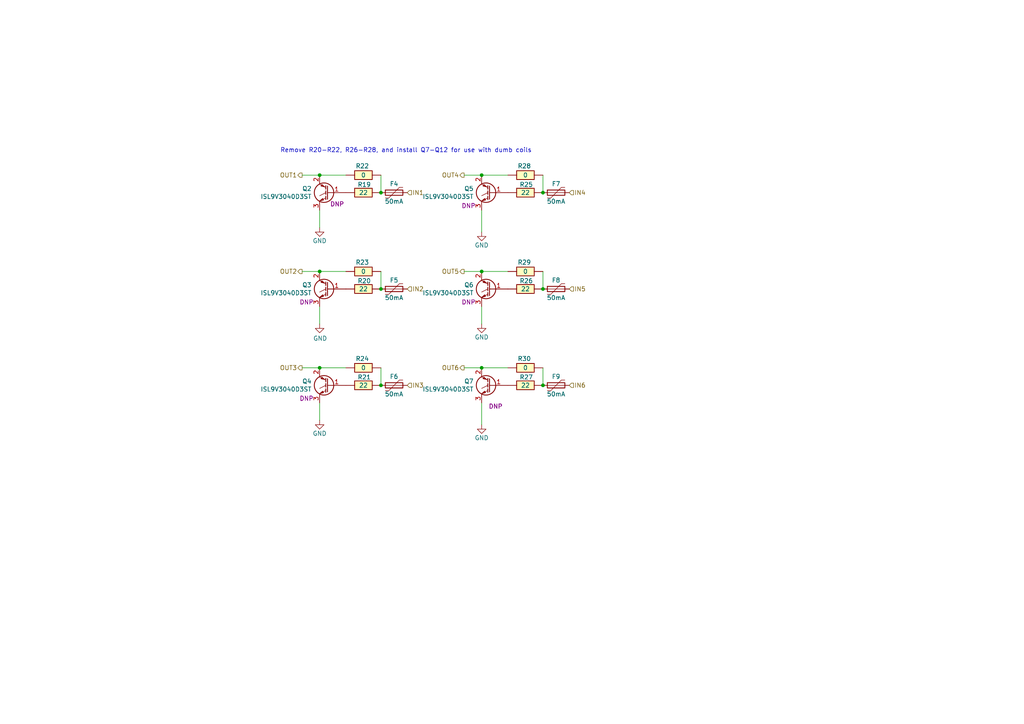
<source format=kicad_sch>
(kicad_sch (version 20231120) (generator "eeschema") (generator_version "8.0")
  (paper "A4")
  (lib_symbols
    (symbol "Device:Polyfuse" (pin_numbers hide) (pin_names (offset 0))
      (property "Reference" "F" (at -2.54 0 90))
      (property "Value" "Polyfuse" (at 2.54 0 90))
      (symbol "Polyfuse_0_1"
        (rectangle (start -0.762 2.54) (end 0.762 -2.54) (stroke (width 0.254)))
        (polyline (pts (xy 0 2.54) (xy 0 -2.54)))
        (polyline (pts (xy -1.524 2.54) (xy -1.524 1.524) (xy 1.524 -1.524) (xy 1.524 -2.54)))
      )
      (symbol "Polyfuse_1_1"
        (pin passive line (at 0 3.81 270) (length 1.27) (name "~") (number "1"))
        (pin passive line (at 0 -3.81 90) (length 1.27) (name "~") (number "2"))
      )
    )
    (symbol "Device:Q_NIGBT_GCE" (pin_names (offset 0) hide)
      (property "Reference" "Q" (at 5.08 1.27 0))
      (property "Value" "Q_NIGBT_GCE" (at 5.08 -1.27 0))
      (symbol "Q_NIGBT_GCE_0_1"
        (polyline (pts (xy 0.762 -1.016) (xy 0.762 -2.032)) (stroke (width 0.254)))
        (polyline (pts (xy 0.762 0.508) (xy 0.762 -0.508)) (stroke (width 0.254)))
        (polyline (pts (xy 0.762 2.032) (xy 0.762 1.016)) (stroke (width 0.254)))
        (polyline (pts (xy 2.54 -2.413) (xy 0.762 -1.524)))
        (polyline (pts (xy 2.54 -0.889) (xy 0.762 0)))
        (polyline (pts (xy 2.54 2.413) (xy 0.762 1.524)))
        (polyline (pts (xy 0.254 1.905) (xy 0.254 -1.905) (xy 0.254 -1.905)) (stroke (width 0.254)))
        (polyline (pts (xy 1.397 -2.159) (xy 1.651 -1.651) (xy 2.54 -2.413) (xy 1.397 -2.159)) (fill (type outline)))
        (polyline (pts (xy 2.159 1.905) (xy 1.905 2.413) (xy 1.016 1.651) (xy 2.159 1.905)) (fill (type outline)))
        (circle (center 1.27 0) (radius 2.8194) (stroke (width 0.254)))
      )
      (symbol "Q_NIGBT_GCE_1_1"
        (pin input line (at -5.08 0 0) (length 5.334) (name "G") (number "1"))
        (pin passive line (at 2.54 5.08 270) (length 2.54) (name "C") (number "2"))
        (pin passive line (at 2.54 -5.08 90) (length 2.54) (name "E") (number "3"))
      )
    )
    (symbol "hellen-one-common:Res" (pin_numbers hide)
      (property "Reference" "R" (at 3.81 2.54 0))
      (property "Value" "Res" (at 5.08 -2.54 0))
      (symbol "Res_1_0"
        (rectangle (start 2.54 -1.27) (end 7.62 1.27) (stroke (width 0.254)) (fill (type background)))
        (pin passive line (at 0 0 0) (length 2.54) (name "") (number "1"))
        (pin passive line (at 10.16 0 180) (length 2.54) (name "") (number "2"))
      )
    )
    (symbol "power:GND" (power) (pin_numbers hide) (pin_names (offset 0) hide)
      (property "Value" "GND" (at 0 -3.81 0))
      (symbol "GND_0_1"
        (polyline (pts (xy 0 0) (xy 0 -1.27) (xy 1.27 -1.27) (xy 0 -2.54) (xy -1.27 -1.27) (xy 0 -1.27)))
      )
      (symbol "GND_1_1"
        (pin power_in line (at 0 0 270) (length 0) (name "~") (number "1"))
      )
    )
  )
  (junction (at 157.48 111.76))
  (junction (at 157.48 83.82))
  (junction (at 92.71 50.8))
  (junction (at 110.49 55.88))
  (junction (at 92.71 78.74))
  (junction (at 139.7 78.74))
  (junction (at 139.7 50.8))
  (junction (at 110.49 83.82))
  (junction (at 92.71 106.68))
  (junction (at 157.48 55.88))
  (junction (at 139.7 106.68))
  (junction (at 110.49 111.76))
  (wire (pts (xy 110.49 50.8) (xy 110.49 55.88)))
  (wire (pts (xy 157.48 106.68) (xy 157.48 111.76)))
  (wire (pts (xy 139.7 50.8) (xy 147.32 50.8)))
  (wire (pts (xy 110.49 78.74) (xy 110.49 83.82)))
  (wire (pts (xy 139.7 78.74) (xy 147.32 78.74)))
  (wire (pts (xy 92.71 50.8) (xy 100.33 50.8)))
  (wire (pts (xy 157.48 78.74) (xy 157.48 83.82)))
  (wire (pts (xy 139.7 88.9) (xy 139.7 93.98)))
  (wire (pts (xy 92.71 106.68) (xy 100.33 106.68)))
  (wire (pts (xy 139.7 116.84) (xy 139.7 123.19)))
  (wire (pts (xy 139.7 60.96) (xy 139.7 67.31)))
  (wire (pts (xy 139.7 106.68) (xy 147.32 106.68)))
  (wire (pts (xy 134.62 106.68) (xy 139.7 106.68)))
  (wire (pts (xy 87.63 106.68) (xy 92.71 106.68)))
  (wire (pts (xy 92.71 88.9) (xy 92.71 93.98)))
  (wire (pts (xy 87.63 50.8) (xy 92.71 50.8)))
  (wire (pts (xy 110.49 106.68) (xy 110.49 111.76)))
  (wire (pts (xy 87.63 78.74) (xy 92.71 78.74)))
  (wire (pts (xy 92.71 116.84) (xy 92.71 121.92)))
  (wire (pts (xy 92.71 60.96) (xy 92.71 66.04)))
  (wire (pts (xy 134.62 78.74) (xy 139.7 78.74)))
  (wire (pts (xy 157.48 50.8) (xy 157.48 55.88)))
  (wire (pts (xy 92.71 78.74) (xy 100.33 78.74)))
  (wire (pts (xy 134.62 50.8) (xy 139.7 50.8)))
  (text "Remove R20-R22, R26-R28, and install Q7-Q12 for use with dumb coils" (at 81.28 44.45 0) (effects (font (size 1.27 1.27)) (justify left bottom)))
  (hierarchical_label "OUT3" (shape output) (at 87.63 106.68 180))
  (hierarchical_label "IN2" (shape input) (at 118.11 83.82 0))
  (hierarchical_label "OUT1" (shape output) (at 87.63 50.8 180))
  (hierarchical_label "OUT5" (shape output) (at 134.62 78.74 180))
  (hierarchical_label "IN6" (shape input) (at 165.1 111.76 0))
  (hierarchical_label "OUT6" (shape output) (at 134.62 106.68 180))
  (hierarchical_label "IN4" (shape input) (at 165.1 55.88 0))
  (hierarchical_label "IN1" (shape input) (at 118.11 55.88 0))
  (hierarchical_label "OUT4" (shape output) (at 134.62 50.8 180))
  (hierarchical_label "IN5" (shape input) (at 165.1 83.82 0))
  (hierarchical_label "IN3" (shape input) (at 118.11 111.76 0))
  (hierarchical_label "OUT2" (shape output) (at 87.63 78.74 180))
  (symbol (lib_id "hellen-one-common:Res") (at 100.33 55.88 0) (mirror x) (unit 1)
    (property "Reference" "R19" (at 105.652 53.5318 0))
    (property "Value" "22" (at 105.41 55.88 0))
    (property "Footprint" "hellen-one-common:R0603" (effects (hide yes)))
    (property "LCSC" "C23345" (effects (hide yes)))
  )
  (symbol (lib_id "Device:Q_NIGBT_GCE") (at 142.24 111.76 0) (mirror y) (unit 1)
    (property "Reference" "Q7" (at 137.3886 110.5916 0) (effects (justify left)))
    (property "Value" "ISL9V3040D3ST" (at 137.3886 112.903 0) (effects (justify left)))
    (property "Footprint" "Package_TO_SOT_SMD:TO-252-2" (effects (hide yes)))
    (property "MyComment" "DNP" (at 143.764 117.856 0))
  )
  (symbol (lib_id "Device:Polyfuse") (at 114.3 83.82 90) (unit 1)
    (property "Reference" "F5" (at 114.3 81.28 90))
    (property "Value" "50mA" (at 114.3 86.36 90))
    (property "Footprint" "Fuse:Fuse_0603_1608Metric" (effects (hide yes)))
    (property "LCSC" "C369141" (effects (hide yes)))
  )
  (symbol (lib_id "hellen-one-common:Res") (at 110.49 50.8 0) (mirror y) (unit 1)
    (property "Reference" "R22" (at 105.0896 48.1553 0))
    (property "Value" "0" (at 105.41 50.8 0))
    (property "Footprint" "Resistor_SMD:R_2512_6332Metric" (effects (hide yes)))
    (property "LCSC" "C25469" (effects (hide yes)))
  )
  (symbol (lib_id "power:GND") (at 139.7 123.19 0) (unit 1)
    (property "Reference" "#PWR067" (effects (hide yes)))
    (property "Value" "GND" (at 139.7 127 0))
    (property "Description" "Power symbol creates a global label with name \"GND\" , ground" (effects (hide yes)))
  )
  (symbol (lib_id "Device:Q_NIGBT_GCE") (at 95.25 111.76 0) (mirror y) (unit 1)
    (property "Reference" "Q4" (at 90.3986 110.5916 0) (effects (justify left)))
    (property "Value" "ISL9V3040D3ST" (at 90.3986 112.903 0) (effects (justify left)))
    (property "Footprint" "Package_TO_SOT_SMD:TO-252-2" (effects (hide yes)))
    (property "MyComment" "DNP" (at 88.9 115.57 0))
  )
  (symbol (lib_id "Device:Q_NIGBT_GCE") (at 142.24 55.88 0) (mirror y) (unit 1)
    (property "Reference" "Q5" (at 137.3886 54.7116 0) (effects (justify left)))
    (property "Value" "ISL9V3040D3ST" (at 137.3886 57.023 0) (effects (justify left)))
    (property "Footprint" "Package_TO_SOT_SMD:TO-252-2" (effects (hide yes)))
    (property "MyComment" "DNP" (at 135.89 59.69 0))
  )
  (symbol (lib_id "hellen-one-common:Res") (at 157.48 78.74 0) (mirror y) (unit 1)
    (property "Reference" "R29" (at 152.0796 76.0953 0))
    (property "Value" "0" (at 152.4 78.74 0))
    (property "Footprint" "Resistor_SMD:R_2512_6332Metric" (effects (hide yes)))
    (property "LCSC" "C25469" (effects (hide yes)))
  )
  (symbol (lib_id "hellen-one-common:Res") (at 110.49 78.74 0) (mirror y) (unit 1)
    (property "Reference" "R23" (at 105.0896 76.0953 0))
    (property "Value" "0" (at 105.41 78.74 0))
    (property "Footprint" "Resistor_SMD:R_2512_6332Metric" (effects (hide yes)))
    (property "LCSC" "C25469" (effects (hide yes)))
  )
  (symbol (lib_id "Device:Polyfuse") (at 161.29 111.76 90) (unit 1)
    (property "Reference" "F9" (at 161.29 109.22 90))
    (property "Value" "50mA" (at 161.29 114.3 90))
    (property "Footprint" "Fuse:Fuse_0603_1608Metric" (effects (hide yes)))
    (property "LCSC" "C369141" (effects (hide yes)))
  )
  (symbol (lib_id "Device:Q_NIGBT_GCE") (at 142.24 83.82 0) (mirror y) (unit 1)
    (property "Reference" "Q6" (at 137.3886 82.6516 0) (effects (justify left)))
    (property "Value" "ISL9V3040D3ST" (at 137.3886 84.963 0) (effects (justify left)))
    (property "Footprint" "Package_TO_SOT_SMD:TO-252-2" (effects (hide yes)))
    (property "MyComment" "DNP" (at 135.89 87.63 0))
  )
  (symbol (lib_id "power:GND") (at 139.7 93.98 0) (unit 1)
    (property "Reference" "#PWR066" (effects (hide yes)))
    (property "Value" "GND" (at 139.7 97.79 0))
    (property "Description" "Power symbol creates a global label with name \"GND\" , ground" (effects (hide yes)))
  )
  (symbol (lib_id "Device:Polyfuse") (at 161.29 83.82 90) (unit 1)
    (property "Reference" "F8" (at 161.29 81.28 90))
    (property "Value" "50mA" (at 161.29 86.36 90))
    (property "Footprint" "Fuse:Fuse_0603_1608Metric" (effects (hide yes)))
    (property "LCSC" "C369141" (effects (hide yes)))
  )
  (symbol (lib_id "Device:Polyfuse") (at 114.3 55.88 90) (unit 1)
    (property "Reference" "F4" (at 114.3 53.34 90))
    (property "Value" "50mA" (at 114.3 58.42 90))
    (property "Footprint" "Fuse:Fuse_0603_1608Metric" (effects (hide yes)))
    (property "LCSC" "C369141" (effects (hide yes)))
  )
  (symbol (lib_id "power:GND") (at 92.71 66.04 0) (unit 1)
    (property "Reference" "#PWR062" (effects (hide yes)))
    (property "Value" "GND" (at 92.71 69.85 0))
    (property "Description" "Power symbol creates a global label with name \"GND\" , ground" (effects (hide yes)))
  )
  (symbol (lib_id "hellen-one-common:Res") (at 147.32 111.76 0) (mirror x) (unit 1)
    (property "Reference" "R27" (at 152.642 109.4118 0))
    (property "Value" "22" (at 152.4 111.76 0))
    (property "Footprint" "hellen-one-common:R0603" (effects (hide yes)))
    (property "LCSC" "C23345" (effects (hide yes)))
  )
  (symbol (lib_id "Device:Q_NIGBT_GCE") (at 95.25 83.82 0) (mirror y) (unit 1)
    (property "Reference" "Q3" (at 90.3986 82.6516 0) (effects (justify left)))
    (property "Value" "ISL9V3040D3ST" (at 90.3986 84.963 0) (effects (justify left)))
    (property "Footprint" "Package_TO_SOT_SMD:TO-252-2" (effects (hide yes)))
    (property "MyComment" "DNP" (at 88.9 87.63 0))
  )
  (symbol (lib_id "hellen-one-common:Res") (at 110.49 106.68 0) (mirror y) (unit 1)
    (property "Reference" "R24" (at 105.0896 104.0353 0))
    (property "Value" "0" (at 105.41 106.68 0))
    (property "Footprint" "Resistor_SMD:R_2512_6332Metric" (effects (hide yes)))
    (property "LCSC" "C25469" (effects (hide yes)))
  )
  (symbol (lib_id "hellen-one-common:Res") (at 147.32 83.82 0) (mirror x) (unit 1)
    (property "Reference" "R26" (at 152.642 81.4718 0))
    (property "Value" "22" (at 152.4 83.82 0))
    (property "Footprint" "hellen-one-common:R0603" (effects (hide yes)))
    (property "LCSC" "C23345" (effects (hide yes)))
  )
  (symbol (lib_id "hellen-one-common:Res") (at 147.32 55.88 0) (mirror x) (unit 1)
    (property "Reference" "R25" (at 152.642 53.5318 0))
    (property "Value" "22" (at 152.4 55.88 0))
    (property "Footprint" "hellen-one-common:R0603" (effects (hide yes)))
    (property "LCSC" "C23345" (effects (hide yes)))
  )
  (symbol (lib_id "Device:Polyfuse") (at 114.3 111.76 90) (unit 1)
    (property "Reference" "F6" (at 114.3 109.22 90))
    (property "Value" "50mA" (at 114.3 114.3 90))
    (property "Footprint" "Fuse:Fuse_0603_1608Metric" (effects (hide yes)))
    (property "LCSC" "C369141" (effects (hide yes)))
  )
  (symbol (lib_id "power:GND") (at 92.71 121.92 0) (unit 1)
    (property "Reference" "#PWR064" (effects (hide yes)))
    (property "Value" "GND" (at 92.71 125.73 0))
    (property "Description" "Power symbol creates a global label with name \"GND\" , ground" (effects (hide yes)))
  )
  (symbol (lib_id "Device:Q_NIGBT_GCE") (at 95.25 55.88 0) (mirror y) (unit 1)
    (property "Reference" "Q2" (at 90.3986 54.7116 0) (effects (justify left)))
    (property "Value" "ISL9V3040D3ST" (at 90.3986 57.023 0) (effects (justify left)))
    (property "Footprint" "Package_TO_SOT_SMD:TO-252-2" (effects (hide yes)))
    (property "MyComment" "DNP" (at 97.79 59.182 0))
  )
  (symbol (lib_id "power:GND") (at 139.7 67.31 0) (unit 1)
    (property "Reference" "#PWR065" (effects (hide yes)))
    (property "Value" "GND" (at 139.7 71.12 0))
    (property "Description" "Power symbol creates a global label with name \"GND\" , ground" (effects (hide yes)))
  )
  (symbol (lib_id "power:GND") (at 92.71 93.98 0) (unit 1)
    (property "Reference" "#PWR063" (effects (hide yes)))
    (property "Value" "GND" (at 92.8594 98.151 0))
    (property "Description" "Power symbol creates a global label with name \"GND\" , ground" (effects (hide yes)))
  )
  (symbol (lib_id "hellen-one-common:Res") (at 100.33 83.82 0) (mirror x) (unit 1)
    (property "Reference" "R20" (at 105.652 81.4718 0))
    (property "Value" "22" (at 105.41 83.82 0))
    (property "Footprint" "hellen-one-common:R0603" (effects (hide yes)))
    (property "LCSC" "C23345" (effects (hide yes)))
  )
  (symbol (lib_id "hellen-one-common:Res") (at 157.48 50.8 0) (mirror y) (unit 1)
    (property "Reference" "R28" (at 152.0796 48.1553 0))
    (property "Value" "0" (at 152.4 50.8 0))
    (property "Footprint" "Resistor_SMD:R_2512_6332Metric" (effects (hide yes)))
    (property "LCSC" "C25469" (effects (hide yes)))
  )
  (symbol (lib_id "hellen-one-common:Res") (at 157.48 106.68 0) (mirror y) (unit 1)
    (property "Reference" "R30" (at 152.0796 104.0353 0))
    (property "Value" "0" (at 152.4 106.68 0))
    (property "Footprint" "Resistor_SMD:R_2512_6332Metric" (effects (hide yes)))
    (property "LCSC" "C25469" (effects (hide yes)))
  )
  (symbol (lib_id "hellen-one-common:Res") (at 100.33 111.76 0) (mirror x) (unit 1)
    (property "Reference" "R21" (at 105.652 109.4118 0))
    (property "Value" "22" (at 105.41 111.76 0))
    (property "Footprint" "hellen-one-common:R0603" (effects (hide yes)))
    (property "LCSC" "C23345" (effects (hide yes)))
  )
  (symbol (lib_id "Device:Polyfuse") (at 161.29 55.88 90) (unit 1)
    (property "Reference" "F7" (at 161.29 53.34 90))
    (property "Value" "50mA" (at 161.29 58.42 90))
    (property "Footprint" "Fuse:Fuse_0603_1608Metric" (effects (hide yes)))
    (property "LCSC" "C369141" (effects (hide yes)))
  )
)
</source>
